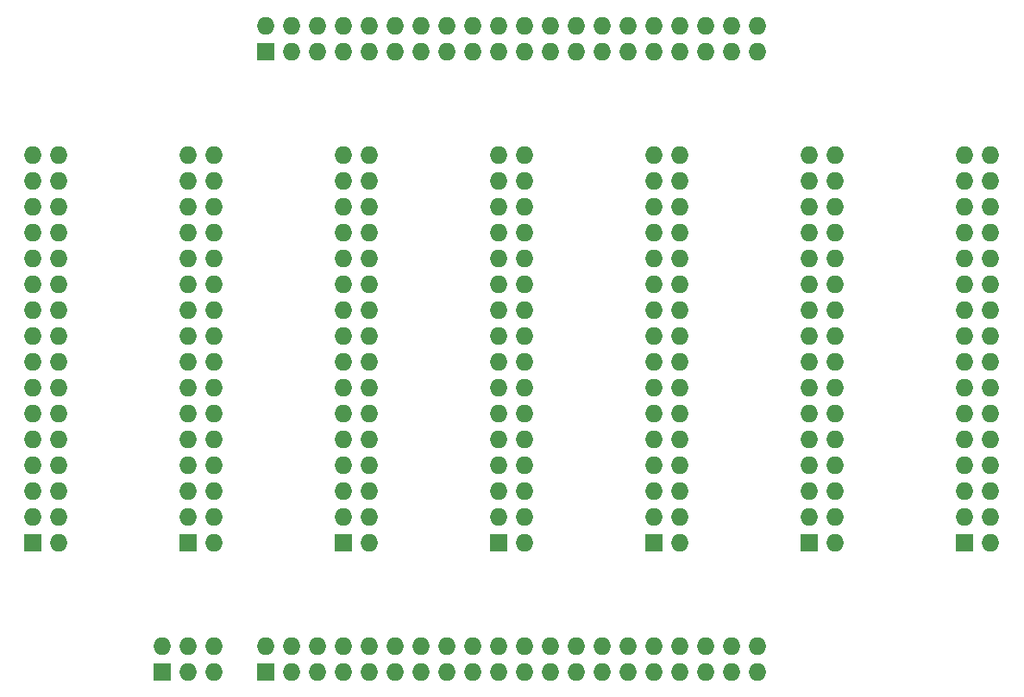
<source format=gbs>
G04 #@! TF.FileFunction,Soldermask,Bot*
%FSLAX46Y46*%
G04 Gerber Fmt 4.6, Leading zero omitted, Abs format (unit mm)*
G04 Created by KiCad (PCBNEW (after 2015-mar-04 BZR unknown)-product) date 03.06.2015 18:32:18*
%MOMM*%
G01*
G04 APERTURE LIST*
%ADD10C,0.100000*%
%ADD11R,1.727200X1.727200*%
%ADD12O,1.727200X1.727200*%
G04 APERTURE END LIST*
D10*
D11*
X66040000Y-121920000D03*
D12*
X66040000Y-119380000D03*
X68580000Y-121920000D03*
X68580000Y-119380000D03*
X71120000Y-121920000D03*
X71120000Y-119380000D03*
X73660000Y-121920000D03*
X73660000Y-119380000D03*
X76200000Y-121920000D03*
X76200000Y-119380000D03*
X78740000Y-121920000D03*
X78740000Y-119380000D03*
X81280000Y-121920000D03*
X81280000Y-119380000D03*
X83820000Y-121920000D03*
X83820000Y-119380000D03*
X86360000Y-121920000D03*
X86360000Y-119380000D03*
X88900000Y-121920000D03*
X88900000Y-119380000D03*
X91440000Y-121920000D03*
X91440000Y-119380000D03*
X93980000Y-121920000D03*
X93980000Y-119380000D03*
X96520000Y-121920000D03*
X96520000Y-119380000D03*
X99060000Y-121920000D03*
X99060000Y-119380000D03*
X101600000Y-121920000D03*
X101600000Y-119380000D03*
X104140000Y-121920000D03*
X104140000Y-119380000D03*
X106680000Y-121920000D03*
X106680000Y-119380000D03*
X109220000Y-121920000D03*
X109220000Y-119380000D03*
X111760000Y-121920000D03*
X111760000Y-119380000D03*
X114300000Y-121920000D03*
X114300000Y-119380000D03*
D11*
X66040000Y-60960000D03*
D12*
X66040000Y-58420000D03*
X68580000Y-60960000D03*
X68580000Y-58420000D03*
X71120000Y-60960000D03*
X71120000Y-58420000D03*
X73660000Y-60960000D03*
X73660000Y-58420000D03*
X76200000Y-60960000D03*
X76200000Y-58420000D03*
X78740000Y-60960000D03*
X78740000Y-58420000D03*
X81280000Y-60960000D03*
X81280000Y-58420000D03*
X83820000Y-60960000D03*
X83820000Y-58420000D03*
X86360000Y-60960000D03*
X86360000Y-58420000D03*
X88900000Y-60960000D03*
X88900000Y-58420000D03*
X91440000Y-60960000D03*
X91440000Y-58420000D03*
X93980000Y-60960000D03*
X93980000Y-58420000D03*
X96520000Y-60960000D03*
X96520000Y-58420000D03*
X99060000Y-60960000D03*
X99060000Y-58420000D03*
X101600000Y-60960000D03*
X101600000Y-58420000D03*
X104140000Y-60960000D03*
X104140000Y-58420000D03*
X106680000Y-60960000D03*
X106680000Y-58420000D03*
X109220000Y-60960000D03*
X109220000Y-58420000D03*
X111760000Y-60960000D03*
X111760000Y-58420000D03*
X114300000Y-60960000D03*
X114300000Y-58420000D03*
D11*
X43180000Y-109220000D03*
D12*
X45720000Y-109220000D03*
X43180000Y-106680000D03*
X45720000Y-106680000D03*
X43180000Y-104140000D03*
X45720000Y-104140000D03*
X43180000Y-101600000D03*
X45720000Y-101600000D03*
X43180000Y-99060000D03*
X45720000Y-99060000D03*
X43180000Y-96520000D03*
X45720000Y-96520000D03*
X43180000Y-93980000D03*
X45720000Y-93980000D03*
X43180000Y-91440000D03*
X45720000Y-91440000D03*
X43180000Y-88900000D03*
X45720000Y-88900000D03*
X43180000Y-86360000D03*
X45720000Y-86360000D03*
X43180000Y-83820000D03*
X45720000Y-83820000D03*
X43180000Y-81280000D03*
X45720000Y-81280000D03*
X43180000Y-78740000D03*
X45720000Y-78740000D03*
X43180000Y-76200000D03*
X45720000Y-76200000D03*
X43180000Y-73660000D03*
X45720000Y-73660000D03*
X43180000Y-71120000D03*
X45720000Y-71120000D03*
D11*
X58420000Y-109220000D03*
D12*
X60960000Y-109220000D03*
X58420000Y-106680000D03*
X60960000Y-106680000D03*
X58420000Y-104140000D03*
X60960000Y-104140000D03*
X58420000Y-101600000D03*
X60960000Y-101600000D03*
X58420000Y-99060000D03*
X60960000Y-99060000D03*
X58420000Y-96520000D03*
X60960000Y-96520000D03*
X58420000Y-93980000D03*
X60960000Y-93980000D03*
X58420000Y-91440000D03*
X60960000Y-91440000D03*
X58420000Y-88900000D03*
X60960000Y-88900000D03*
X58420000Y-86360000D03*
X60960000Y-86360000D03*
X58420000Y-83820000D03*
X60960000Y-83820000D03*
X58420000Y-81280000D03*
X60960000Y-81280000D03*
X58420000Y-78740000D03*
X60960000Y-78740000D03*
X58420000Y-76200000D03*
X60960000Y-76200000D03*
X58420000Y-73660000D03*
X60960000Y-73660000D03*
X58420000Y-71120000D03*
X60960000Y-71120000D03*
D11*
X73660000Y-109220000D03*
D12*
X76200000Y-109220000D03*
X73660000Y-106680000D03*
X76200000Y-106680000D03*
X73660000Y-104140000D03*
X76200000Y-104140000D03*
X73660000Y-101600000D03*
X76200000Y-101600000D03*
X73660000Y-99060000D03*
X76200000Y-99060000D03*
X73660000Y-96520000D03*
X76200000Y-96520000D03*
X73660000Y-93980000D03*
X76200000Y-93980000D03*
X73660000Y-91440000D03*
X76200000Y-91440000D03*
X73660000Y-88900000D03*
X76200000Y-88900000D03*
X73660000Y-86360000D03*
X76200000Y-86360000D03*
X73660000Y-83820000D03*
X76200000Y-83820000D03*
X73660000Y-81280000D03*
X76200000Y-81280000D03*
X73660000Y-78740000D03*
X76200000Y-78740000D03*
X73660000Y-76200000D03*
X76200000Y-76200000D03*
X73660000Y-73660000D03*
X76200000Y-73660000D03*
X73660000Y-71120000D03*
X76200000Y-71120000D03*
D11*
X88900000Y-109220000D03*
D12*
X91440000Y-109220000D03*
X88900000Y-106680000D03*
X91440000Y-106680000D03*
X88900000Y-104140000D03*
X91440000Y-104140000D03*
X88900000Y-101600000D03*
X91440000Y-101600000D03*
X88900000Y-99060000D03*
X91440000Y-99060000D03*
X88900000Y-96520000D03*
X91440000Y-96520000D03*
X88900000Y-93980000D03*
X91440000Y-93980000D03*
X88900000Y-91440000D03*
X91440000Y-91440000D03*
X88900000Y-88900000D03*
X91440000Y-88900000D03*
X88900000Y-86360000D03*
X91440000Y-86360000D03*
X88900000Y-83820000D03*
X91440000Y-83820000D03*
X88900000Y-81280000D03*
X91440000Y-81280000D03*
X88900000Y-78740000D03*
X91440000Y-78740000D03*
X88900000Y-76200000D03*
X91440000Y-76200000D03*
X88900000Y-73660000D03*
X91440000Y-73660000D03*
X88900000Y-71120000D03*
X91440000Y-71120000D03*
D11*
X104140000Y-109220000D03*
D12*
X106680000Y-109220000D03*
X104140000Y-106680000D03*
X106680000Y-106680000D03*
X104140000Y-104140000D03*
X106680000Y-104140000D03*
X104140000Y-101600000D03*
X106680000Y-101600000D03*
X104140000Y-99060000D03*
X106680000Y-99060000D03*
X104140000Y-96520000D03*
X106680000Y-96520000D03*
X104140000Y-93980000D03*
X106680000Y-93980000D03*
X104140000Y-91440000D03*
X106680000Y-91440000D03*
X104140000Y-88900000D03*
X106680000Y-88900000D03*
X104140000Y-86360000D03*
X106680000Y-86360000D03*
X104140000Y-83820000D03*
X106680000Y-83820000D03*
X104140000Y-81280000D03*
X106680000Y-81280000D03*
X104140000Y-78740000D03*
X106680000Y-78740000D03*
X104140000Y-76200000D03*
X106680000Y-76200000D03*
X104140000Y-73660000D03*
X106680000Y-73660000D03*
X104140000Y-71120000D03*
X106680000Y-71120000D03*
D11*
X119380000Y-109220000D03*
D12*
X121920000Y-109220000D03*
X119380000Y-106680000D03*
X121920000Y-106680000D03*
X119380000Y-104140000D03*
X121920000Y-104140000D03*
X119380000Y-101600000D03*
X121920000Y-101600000D03*
X119380000Y-99060000D03*
X121920000Y-99060000D03*
X119380000Y-96520000D03*
X121920000Y-96520000D03*
X119380000Y-93980000D03*
X121920000Y-93980000D03*
X119380000Y-91440000D03*
X121920000Y-91440000D03*
X119380000Y-88900000D03*
X121920000Y-88900000D03*
X119380000Y-86360000D03*
X121920000Y-86360000D03*
X119380000Y-83820000D03*
X121920000Y-83820000D03*
X119380000Y-81280000D03*
X121920000Y-81280000D03*
X119380000Y-78740000D03*
X121920000Y-78740000D03*
X119380000Y-76200000D03*
X121920000Y-76200000D03*
X119380000Y-73660000D03*
X121920000Y-73660000D03*
X119380000Y-71120000D03*
X121920000Y-71120000D03*
D11*
X55880000Y-121920000D03*
D12*
X55880000Y-119380000D03*
X58420000Y-121920000D03*
X58420000Y-119380000D03*
X60960000Y-121920000D03*
X60960000Y-119380000D03*
D11*
X134620000Y-109220000D03*
D12*
X137160000Y-109220000D03*
X134620000Y-106680000D03*
X137160000Y-106680000D03*
X134620000Y-104140000D03*
X137160000Y-104140000D03*
X134620000Y-101600000D03*
X137160000Y-101600000D03*
X134620000Y-99060000D03*
X137160000Y-99060000D03*
X134620000Y-96520000D03*
X137160000Y-96520000D03*
X134620000Y-93980000D03*
X137160000Y-93980000D03*
X134620000Y-91440000D03*
X137160000Y-91440000D03*
X134620000Y-88900000D03*
X137160000Y-88900000D03*
X134620000Y-86360000D03*
X137160000Y-86360000D03*
X134620000Y-83820000D03*
X137160000Y-83820000D03*
X134620000Y-81280000D03*
X137160000Y-81280000D03*
X134620000Y-78740000D03*
X137160000Y-78740000D03*
X134620000Y-76200000D03*
X137160000Y-76200000D03*
X134620000Y-73660000D03*
X137160000Y-73660000D03*
X134620000Y-71120000D03*
X137160000Y-71120000D03*
M02*

</source>
